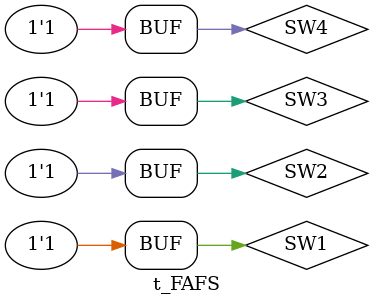
<source format=v>
`timescale 1ns / 1ps


module t_FAFS;

	// Inputs
	reg SW1, SW2, SW3, SW4;

	// Outputs
	wire LD1, LD2;

	// Instantiate the Unit Under Test (UUT)
	FAFS uut (
		.SW1(SW1), 
		.SW2(SW2), 
		.SW3(SW3), 
		.SW4(SW4), 
		.LD1(LD1), 
		.LD2(LD2)
	);

	initial begin
		// Initialize Inputs
		{SW4,SW1,SW2,SW3}=4'b0000;

		// Wait 100 ns for global reset to finish
		#100;
        
		// Add stimulus here
		{SW4,SW1,SW2,SW3}=4'b0001;
		#100 {SW4,SW1,SW2,SW3}=4'b0010;
		#100 {SW4,SW1,SW2,SW3}=4'b0011;
		#100 {SW4,SW1,SW2,SW3}=4'b0100;
		#100 {SW4,SW1,SW2,SW3}=4'b0101;
		#100 {SW4,SW1,SW2,SW3}=4'b0110;
		#100 {SW4,SW1,SW2,SW3}=4'b0111;
		#100 {SW4,SW1,SW2,SW3}=4'b1000;
		#100 {SW4,SW1,SW2,SW3}=4'b1001;
		#100 {SW4,SW1,SW2,SW3}=4'b1010;
		#100 {SW4,SW1,SW2,SW3}=4'b1011;
		#100 {SW4,SW1,SW2,SW3}=4'b1100;
		#100 {SW4,SW1,SW2,SW3}=4'b1101;
		#100 {SW4,SW1,SW2,SW3}=4'b1110;
		#100 {SW4,SW1,SW2,SW3}=4'b1111;

	end
      
endmodule


</source>
